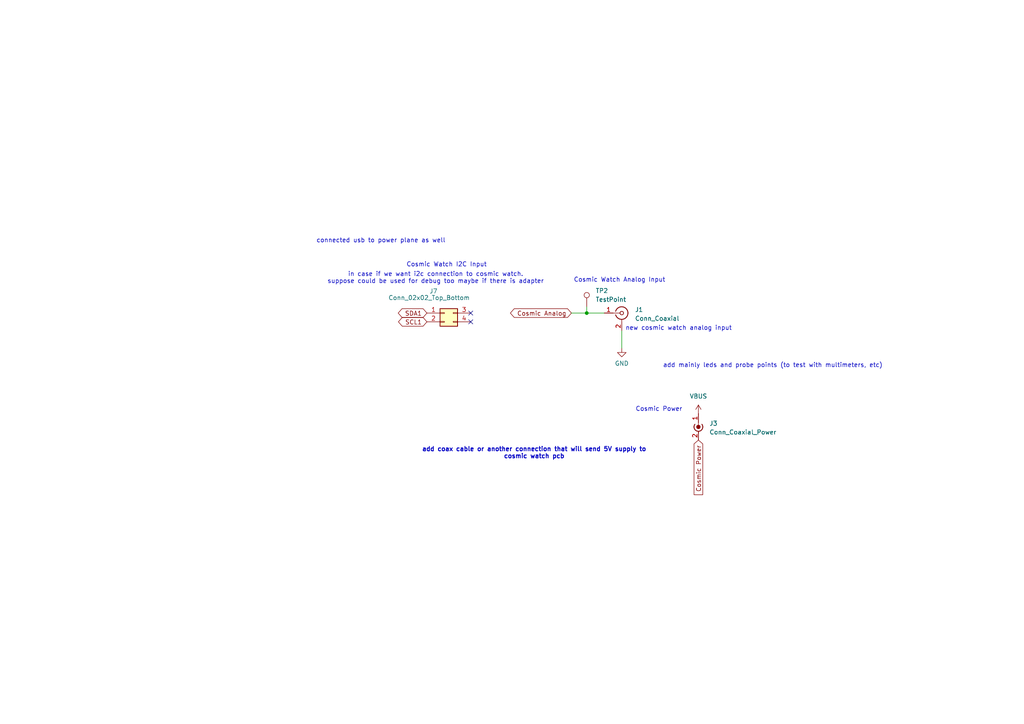
<source format=kicad_sch>
(kicad_sch
	(version 20250114)
	(generator "eeschema")
	(generator_version "9.0")
	(uuid "d17df42b-5a3a-40a9-b857-87d6a8c17cc8")
	(paper "A4")
	(lib_symbols
		(symbol "Connector:Conn_Coaxial"
			(pin_names
				(offset 1.016)
				(hide yes)
			)
			(exclude_from_sim no)
			(in_bom yes)
			(on_board yes)
			(property "Reference" "J"
				(at 0.254 3.048 0)
				(effects
					(font
						(size 1.27 1.27)
					)
				)
			)
			(property "Value" "Conn_Coaxial"
				(at 2.921 0 90)
				(effects
					(font
						(size 1.27 1.27)
					)
				)
			)
			(property "Footprint" ""
				(at 0 0 0)
				(effects
					(font
						(size 1.27 1.27)
					)
					(hide yes)
				)
			)
			(property "Datasheet" "~"
				(at 0 0 0)
				(effects
					(font
						(size 1.27 1.27)
					)
					(hide yes)
				)
			)
			(property "Description" "coaxial connector (BNC, SMA, SMB, SMC, Cinch/RCA, LEMO, ...)"
				(at 0 0 0)
				(effects
					(font
						(size 1.27 1.27)
					)
					(hide yes)
				)
			)
			(property "ki_keywords" "BNC SMA SMB SMC LEMO coaxial connector CINCH RCA MCX MMCX U.FL UMRF"
				(at 0 0 0)
				(effects
					(font
						(size 1.27 1.27)
					)
					(hide yes)
				)
			)
			(property "ki_fp_filters" "*BNC* *SMA* *SMB* *SMC* *Cinch* *LEMO* *UMRF* *MCX* *U.FL*"
				(at 0 0 0)
				(effects
					(font
						(size 1.27 1.27)
					)
					(hide yes)
				)
			)
			(symbol "Conn_Coaxial_0_1"
				(polyline
					(pts
						(xy -2.54 0) (xy -0.508 0)
					)
					(stroke
						(width 0)
						(type default)
					)
					(fill
						(type none)
					)
				)
				(arc
					(start 1.778 0)
					(mid 0.222 -1.8079)
					(end -1.778 -0.508)
					(stroke
						(width 0.254)
						(type default)
					)
					(fill
						(type none)
					)
				)
				(arc
					(start -1.778 0.508)
					(mid 0.2221 1.8084)
					(end 1.778 0)
					(stroke
						(width 0.254)
						(type default)
					)
					(fill
						(type none)
					)
				)
				(circle
					(center 0 0)
					(radius 0.508)
					(stroke
						(width 0.2032)
						(type default)
					)
					(fill
						(type none)
					)
				)
				(polyline
					(pts
						(xy 0 -2.54) (xy 0 -1.778)
					)
					(stroke
						(width 0)
						(type default)
					)
					(fill
						(type none)
					)
				)
			)
			(symbol "Conn_Coaxial_1_1"
				(pin passive line
					(at -5.08 0 0)
					(length 2.54)
					(name "In"
						(effects
							(font
								(size 1.27 1.27)
							)
						)
					)
					(number "1"
						(effects
							(font
								(size 1.27 1.27)
							)
						)
					)
				)
				(pin passive line
					(at 0 -5.08 90)
					(length 2.54)
					(name "Ext"
						(effects
							(font
								(size 1.27 1.27)
							)
						)
					)
					(number "2"
						(effects
							(font
								(size 1.27 1.27)
							)
						)
					)
				)
			)
			(embedded_fonts no)
		)
		(symbol "Connector:Conn_Coaxial_Power"
			(pin_names
				(offset 1.016)
				(hide yes)
			)
			(exclude_from_sim no)
			(in_bom yes)
			(on_board yes)
			(property "Reference" "J"
				(at -5.08 -1.27 90)
				(effects
					(font
						(size 1.27 1.27)
					)
				)
			)
			(property "Value" "Conn_Coaxial_Power"
				(at -3.175 -1.27 90)
				(effects
					(font
						(size 1.27 1.27)
					)
				)
			)
			(property "Footprint" ""
				(at 0 -1.27 0)
				(effects
					(font
						(size 1.27 1.27)
					)
					(hide yes)
				)
			)
			(property "Datasheet" "~"
				(at 0 -1.27 0)
				(effects
					(font
						(size 1.27 1.27)
					)
					(hide yes)
				)
			)
			(property "Description" "coaxial connector (BNC, SMA, SMB, SMC, Cinch/RCA, LEMO, ...)"
				(at 0 0 0)
				(effects
					(font
						(size 1.27 1.27)
					)
					(hide yes)
				)
			)
			(property "ki_keywords" "BNC SMA SMB SMC LEMO coaxial connector CINCH RCA"
				(at 0 0 0)
				(effects
					(font
						(size 1.27 1.27)
					)
					(hide yes)
				)
			)
			(property "ki_fp_filters" "*BNC* *SMA* *SMB* *SMC* *Cinch* *LEMO*"
				(at 0 0 0)
				(effects
					(font
						(size 1.27 1.27)
					)
					(hide yes)
				)
			)
			(symbol "Conn_Coaxial_Power_0_1"
				(arc
					(start 1.016 -0.508)
					(mid 1.2048 -0.8684)
					(end 1.27 -1.27)
					(stroke
						(width 0.254)
						(type default)
					)
					(fill
						(type none)
					)
				)
				(polyline
					(pts
						(xy 0 0) (xy 0 -1.27)
					)
					(stroke
						(width 0)
						(type default)
					)
					(fill
						(type none)
					)
				)
				(arc
					(start 1.27 -1.27)
					(mid 0 -2.5345)
					(end -1.27 -1.27)
					(stroke
						(width 0.254)
						(type default)
					)
					(fill
						(type none)
					)
				)
				(arc
					(start -1.27 -1.27)
					(mid -1.2048 -0.8684)
					(end -1.016 -0.508)
					(stroke
						(width 0.254)
						(type default)
					)
					(fill
						(type none)
					)
				)
				(circle
					(center 0 -1.27)
					(radius 0.508)
					(stroke
						(width 0.2032)
						(type default)
					)
					(fill
						(type outline)
					)
				)
				(polyline
					(pts
						(xy 0 -2.54) (xy 0 -3.048)
					)
					(stroke
						(width 0)
						(type default)
					)
					(fill
						(type none)
					)
				)
			)
			(symbol "Conn_Coaxial_Power_1_1"
				(pin passive line
					(at 0 2.54 270)
					(length 2.54)
					(name "In"
						(effects
							(font
								(size 1.27 1.27)
							)
						)
					)
					(number "1"
						(effects
							(font
								(size 1.27 1.27)
							)
						)
					)
				)
				(pin passive line
					(at 0 -5.08 90)
					(length 2.54)
					(name "Ext"
						(effects
							(font
								(size 1.27 1.27)
							)
						)
					)
					(number "2"
						(effects
							(font
								(size 1.27 1.27)
							)
						)
					)
				)
			)
			(embedded_fonts no)
		)
		(symbol "Connector:TestPoint"
			(pin_numbers
				(hide yes)
			)
			(pin_names
				(offset 0.762)
				(hide yes)
			)
			(exclude_from_sim no)
			(in_bom yes)
			(on_board yes)
			(property "Reference" "TP"
				(at 0 6.858 0)
				(effects
					(font
						(size 1.27 1.27)
					)
				)
			)
			(property "Value" "TestPoint"
				(at 0 5.08 0)
				(effects
					(font
						(size 1.27 1.27)
					)
				)
			)
			(property "Footprint" ""
				(at 5.08 0 0)
				(effects
					(font
						(size 1.27 1.27)
					)
					(hide yes)
				)
			)
			(property "Datasheet" "~"
				(at 5.08 0 0)
				(effects
					(font
						(size 1.27 1.27)
					)
					(hide yes)
				)
			)
			(property "Description" "test point"
				(at 0 0 0)
				(effects
					(font
						(size 1.27 1.27)
					)
					(hide yes)
				)
			)
			(property "ki_keywords" "test point tp"
				(at 0 0 0)
				(effects
					(font
						(size 1.27 1.27)
					)
					(hide yes)
				)
			)
			(property "ki_fp_filters" "Pin* Test*"
				(at 0 0 0)
				(effects
					(font
						(size 1.27 1.27)
					)
					(hide yes)
				)
			)
			(symbol "TestPoint_0_1"
				(circle
					(center 0 3.302)
					(radius 0.762)
					(stroke
						(width 0)
						(type default)
					)
					(fill
						(type none)
					)
				)
			)
			(symbol "TestPoint_1_1"
				(pin passive line
					(at 0 0 90)
					(length 2.54)
					(name "1"
						(effects
							(font
								(size 1.27 1.27)
							)
						)
					)
					(number "1"
						(effects
							(font
								(size 1.27 1.27)
							)
						)
					)
				)
			)
			(embedded_fonts no)
		)
		(symbol "Connector_Generic:Conn_02x02_Top_Bottom"
			(pin_names
				(offset 1.016)
				(hide yes)
			)
			(exclude_from_sim no)
			(in_bom yes)
			(on_board yes)
			(property "Reference" "J"
				(at 1.27 2.54 0)
				(effects
					(font
						(size 1.27 1.27)
					)
				)
			)
			(property "Value" "Conn_02x02_Top_Bottom"
				(at 1.27 -5.08 0)
				(effects
					(font
						(size 1.27 1.27)
					)
				)
			)
			(property "Footprint" ""
				(at 0 0 0)
				(effects
					(font
						(size 1.27 1.27)
					)
					(hide yes)
				)
			)
			(property "Datasheet" "~"
				(at 0 0 0)
				(effects
					(font
						(size 1.27 1.27)
					)
					(hide yes)
				)
			)
			(property "Description" "Generic connector, double row, 02x02, top/bottom pin numbering scheme (row 1: 1...pins_per_row, row2: pins_per_row+1 ... num_pins), script generated (kicad-library-utils/schlib/autogen/connector/)"
				(at 0 0 0)
				(effects
					(font
						(size 1.27 1.27)
					)
					(hide yes)
				)
			)
			(property "ki_keywords" "connector"
				(at 0 0 0)
				(effects
					(font
						(size 1.27 1.27)
					)
					(hide yes)
				)
			)
			(property "ki_fp_filters" "Connector*:*_2x??_*"
				(at 0 0 0)
				(effects
					(font
						(size 1.27 1.27)
					)
					(hide yes)
				)
			)
			(symbol "Conn_02x02_Top_Bottom_1_1"
				(rectangle
					(start -1.27 1.27)
					(end 3.81 -3.81)
					(stroke
						(width 0.254)
						(type default)
					)
					(fill
						(type background)
					)
				)
				(rectangle
					(start -1.27 0.127)
					(end 0 -0.127)
					(stroke
						(width 0.1524)
						(type default)
					)
					(fill
						(type none)
					)
				)
				(rectangle
					(start -1.27 -2.413)
					(end 0 -2.667)
					(stroke
						(width 0.1524)
						(type default)
					)
					(fill
						(type none)
					)
				)
				(rectangle
					(start 3.81 0.127)
					(end 2.54 -0.127)
					(stroke
						(width 0.1524)
						(type default)
					)
					(fill
						(type none)
					)
				)
				(rectangle
					(start 3.81 -2.413)
					(end 2.54 -2.667)
					(stroke
						(width 0.1524)
						(type default)
					)
					(fill
						(type none)
					)
				)
				(pin passive line
					(at -5.08 0 0)
					(length 3.81)
					(name "Pin_1"
						(effects
							(font
								(size 1.27 1.27)
							)
						)
					)
					(number "1"
						(effects
							(font
								(size 1.27 1.27)
							)
						)
					)
				)
				(pin passive line
					(at -5.08 -2.54 0)
					(length 3.81)
					(name "Pin_2"
						(effects
							(font
								(size 1.27 1.27)
							)
						)
					)
					(number "2"
						(effects
							(font
								(size 1.27 1.27)
							)
						)
					)
				)
				(pin passive line
					(at 7.62 0 180)
					(length 3.81)
					(name "Pin_3"
						(effects
							(font
								(size 1.27 1.27)
							)
						)
					)
					(number "3"
						(effects
							(font
								(size 1.27 1.27)
							)
						)
					)
				)
				(pin passive line
					(at 7.62 -2.54 180)
					(length 3.81)
					(name "Pin_4"
						(effects
							(font
								(size 1.27 1.27)
							)
						)
					)
					(number "4"
						(effects
							(font
								(size 1.27 1.27)
							)
						)
					)
				)
			)
			(embedded_fonts no)
		)
		(symbol "power:GND"
			(power)
			(pin_numbers
				(hide yes)
			)
			(pin_names
				(offset 0)
				(hide yes)
			)
			(exclude_from_sim no)
			(in_bom yes)
			(on_board yes)
			(property "Reference" "#PWR"
				(at 0 -6.35 0)
				(effects
					(font
						(size 1.27 1.27)
					)
					(hide yes)
				)
			)
			(property "Value" "GND"
				(at 0 -3.81 0)
				(effects
					(font
						(size 1.27 1.27)
					)
				)
			)
			(property "Footprint" ""
				(at 0 0 0)
				(effects
					(font
						(size 1.27 1.27)
					)
					(hide yes)
				)
			)
			(property "Datasheet" ""
				(at 0 0 0)
				(effects
					(font
						(size 1.27 1.27)
					)
					(hide yes)
				)
			)
			(property "Description" "Power symbol creates a global label with name \"GND\" , ground"
				(at 0 0 0)
				(effects
					(font
						(size 1.27 1.27)
					)
					(hide yes)
				)
			)
			(property "ki_keywords" "global power"
				(at 0 0 0)
				(effects
					(font
						(size 1.27 1.27)
					)
					(hide yes)
				)
			)
			(symbol "GND_0_1"
				(polyline
					(pts
						(xy 0 0) (xy 0 -1.27) (xy 1.27 -1.27) (xy 0 -2.54) (xy -1.27 -1.27) (xy 0 -1.27)
					)
					(stroke
						(width 0)
						(type default)
					)
					(fill
						(type none)
					)
				)
			)
			(symbol "GND_1_1"
				(pin power_in line
					(at 0 0 270)
					(length 0)
					(name "~"
						(effects
							(font
								(size 1.27 1.27)
							)
						)
					)
					(number "1"
						(effects
							(font
								(size 1.27 1.27)
							)
						)
					)
				)
			)
			(embedded_fonts no)
		)
		(symbol "power:VBUS"
			(power)
			(pin_numbers
				(hide yes)
			)
			(pin_names
				(offset 0)
				(hide yes)
			)
			(exclude_from_sim no)
			(in_bom yes)
			(on_board yes)
			(property "Reference" "#PWR"
				(at 0 -3.81 0)
				(effects
					(font
						(size 1.27 1.27)
					)
					(hide yes)
				)
			)
			(property "Value" "VBUS"
				(at 0 3.556 0)
				(effects
					(font
						(size 1.27 1.27)
					)
				)
			)
			(property "Footprint" ""
				(at 0 0 0)
				(effects
					(font
						(size 1.27 1.27)
					)
					(hide yes)
				)
			)
			(property "Datasheet" ""
				(at 0 0 0)
				(effects
					(font
						(size 1.27 1.27)
					)
					(hide yes)
				)
			)
			(property "Description" "Power symbol creates a global label with name \"VBUS\""
				(at 0 0 0)
				(effects
					(font
						(size 1.27 1.27)
					)
					(hide yes)
				)
			)
			(property "ki_keywords" "global power"
				(at 0 0 0)
				(effects
					(font
						(size 1.27 1.27)
					)
					(hide yes)
				)
			)
			(symbol "VBUS_0_1"
				(polyline
					(pts
						(xy -0.762 1.27) (xy 0 2.54)
					)
					(stroke
						(width 0)
						(type default)
					)
					(fill
						(type none)
					)
				)
				(polyline
					(pts
						(xy 0 2.54) (xy 0.762 1.27)
					)
					(stroke
						(width 0)
						(type default)
					)
					(fill
						(type none)
					)
				)
				(polyline
					(pts
						(xy 0 0) (xy 0 2.54)
					)
					(stroke
						(width 0)
						(type default)
					)
					(fill
						(type none)
					)
				)
			)
			(symbol "VBUS_1_1"
				(pin power_in line
					(at 0 0 90)
					(length 0)
					(name "~"
						(effects
							(font
								(size 1.27 1.27)
							)
						)
					)
					(number "1"
						(effects
							(font
								(size 1.27 1.27)
							)
						)
					)
				)
			)
			(embedded_fonts no)
		)
	)
	(text "in case if we want i2c connection to cosmic watch.\nsuppose could be used for debug too maybe if there is adapter"
		(exclude_from_sim no)
		(at 126.365 80.645 0)
		(effects
			(font
				(size 1.27 1.27)
			)
		)
		(uuid "17cd1263-c5f5-4a13-922c-3f35511b2d40")
	)
	(text "add mainly leds and probe points (to test with multimeters, etc)"
		(exclude_from_sim no)
		(at 224.155 106.045 0)
		(effects
			(font
				(size 1.27 1.27)
			)
		)
		(uuid "1af1505f-32d2-4f57-a72d-4c0ca4917547")
	)
	(text "add coax cable or another connection that will send 5V supply to\ncosmic watch pcb"
		(exclude_from_sim no)
		(at 154.94 131.445 0)
		(effects
			(font
				(size 1.27 1.27)
				(thickness 0.254)
				(bold yes)
			)
		)
		(uuid "53d9e76b-f8dd-4fe6-9d15-5c54cf69f34e")
	)
	(text "Cosmic Watch Analog Input"
		(exclude_from_sim no)
		(at 179.705 81.28 0)
		(effects
			(font
				(size 1.27 1.27)
			)
		)
		(uuid "5ef9ca0c-8c77-48f6-bdd2-a3881740dc3d")
	)
	(text "Cosmic Watch I2C Input"
		(exclude_from_sim no)
		(at 129.54 76.835 0)
		(effects
			(font
				(size 1.27 1.27)
			)
		)
		(uuid "9c6e3467-1d4a-447d-a686-b5ff1b8e45b5")
	)
	(text "Cosmic Power"
		(exclude_from_sim no)
		(at 191.135 118.745 0)
		(effects
			(font
				(size 1.27 1.27)
			)
		)
		(uuid "a87c069e-25e3-44fb-aa62-258ca3e24656")
	)
	(text "new cosmic watch analog input"
		(exclude_from_sim no)
		(at 196.85 95.25 0)
		(effects
			(font
				(size 1.27 1.27)
			)
		)
		(uuid "d2bd67d9-ddf7-4631-bf62-c6f7dfff6cc4")
	)
	(text "connected usb to power plane as well\n"
		(exclude_from_sim no)
		(at 110.49 69.85 0)
		(effects
			(font
				(size 1.27 1.27)
			)
		)
		(uuid "d78de469-6153-48e9-8b75-c730754bb303")
	)
	(junction
		(at 170.18 90.805)
		(diameter 0)
		(color 0 0 0 0)
		(uuid "cb8b1c0d-8df0-455c-8c7c-6ee75a676e30")
	)
	(no_connect
		(at 136.525 90.805)
		(uuid "47dcdfd1-2be6-4822-8ce2-836d079a604f")
	)
	(no_connect
		(at 136.525 93.345)
		(uuid "891ce41e-ac08-4459-9c23-78b3742e8da5")
	)
	(wire
		(pts
			(xy 170.18 88.9) (xy 170.18 90.805)
		)
		(stroke
			(width 0)
			(type default)
		)
		(uuid "191d667a-904d-4ca3-be7b-5bc98dff67da")
	)
	(wire
		(pts
			(xy 180.34 95.885) (xy 180.34 100.965)
		)
		(stroke
			(width 0)
			(type default)
		)
		(uuid "2140494c-647f-42ac-be57-9c706366ed5a")
	)
	(wire
		(pts
			(xy 165.735 90.805) (xy 170.18 90.805)
		)
		(stroke
			(width 0)
			(type default)
		)
		(uuid "eba3de42-cc69-40e4-b452-03f67ffddbe8")
	)
	(wire
		(pts
			(xy 170.18 90.805) (xy 175.26 90.805)
		)
		(stroke
			(width 0)
			(type default)
		)
		(uuid "ee32a692-d11b-4647-9d9f-d7d178f5fa74")
	)
	(global_label "SDA1"
		(shape bidirectional)
		(at 123.825 90.805 180)
		(fields_autoplaced yes)
		(effects
			(font
				(size 1.27 1.27)
			)
			(justify right)
		)
		(uuid "4c96a946-c2e8-4275-a8c9-61cf8143c04f")
		(property "Intersheetrefs" "${INTERSHEET_REFS}"
			(at 114.9509 90.805 0)
			(effects
				(font
					(size 1.27 1.27)
				)
				(justify right)
				(hide yes)
			)
		)
	)
	(global_label "Cosmic Analog"
		(shape bidirectional)
		(at 165.735 90.805 180)
		(fields_autoplaced yes)
		(effects
			(font
				(size 1.27 1.27)
			)
			(justify right)
		)
		(uuid "913f207c-b028-4e81-be41-bbfb1ced987d")
		(property "Intersheetrefs" "${INTERSHEET_REFS}"
			(at 147.4873 90.805 0)
			(effects
				(font
					(size 1.27 1.27)
				)
				(justify right)
				(hide yes)
			)
		)
	)
	(global_label "Cosmic Power"
		(shape input)
		(at 202.565 127.635 270)
		(fields_autoplaced yes)
		(effects
			(font
				(size 1.27 1.27)
			)
			(justify right)
		)
		(uuid "9e90d48e-a18b-40d9-9e22-432358dbde0b")
		(property "Intersheetrefs" "${INTERSHEET_REFS}"
			(at 202.565 144.0459 90)
			(effects
				(font
					(size 1.27 1.27)
				)
				(justify right)
				(hide yes)
			)
		)
	)
	(global_label "SCL1"
		(shape bidirectional)
		(at 123.825 93.345 180)
		(fields_autoplaced yes)
		(effects
			(font
				(size 1.27 1.27)
			)
			(justify right)
		)
		(uuid "b05bcbff-0568-4b15-bdd5-cbf0a3bf25b4")
		(property "Intersheetrefs" "${INTERSHEET_REFS}"
			(at 115.0114 93.345 0)
			(effects
				(font
					(size 1.27 1.27)
				)
				(justify right)
				(hide yes)
			)
		)
	)
	(symbol
		(lib_id "power:VBUS")
		(at 202.565 120.015 0)
		(unit 1)
		(exclude_from_sim no)
		(in_bom yes)
		(on_board yes)
		(dnp no)
		(fields_autoplaced yes)
		(uuid "2d05e61f-0dd6-4bae-b7a3-edd05d7b0ee9")
		(property "Reference" "#PWR03"
			(at 202.565 123.825 0)
			(effects
				(font
					(size 1.27 1.27)
				)
				(hide yes)
			)
		)
		(property "Value" "VBUS"
			(at 202.565 114.935 0)
			(effects
				(font
					(size 1.27 1.27)
				)
			)
		)
		(property "Footprint" ""
			(at 202.565 120.015 0)
			(effects
				(font
					(size 1.27 1.27)
				)
				(hide yes)
			)
		)
		(property "Datasheet" ""
			(at 202.565 120.015 0)
			(effects
				(font
					(size 1.27 1.27)
				)
				(hide yes)
			)
		)
		(property "Description" "Power symbol creates a global label with name \"VBUS\""
			(at 202.565 120.015 0)
			(effects
				(font
					(size 1.27 1.27)
				)
				(hide yes)
			)
		)
		(pin "1"
			(uuid "89fa2d86-8e3b-40b8-94b1-8a3ef365f542")
		)
		(instances
			(project ""
				(path "/e4ef350a-b140-44e0-8bc3-973fc24bf90a/f2f75698-7215-4a2b-8285-3e4b3531a3e0"
					(reference "#PWR03")
					(unit 1)
				)
			)
		)
	)
	(symbol
		(lib_id "power:GND")
		(at 180.34 100.965 0)
		(unit 1)
		(exclude_from_sim no)
		(in_bom yes)
		(on_board yes)
		(dnp no)
		(fields_autoplaced yes)
		(uuid "53fff438-5673-4697-a03a-afb51b3ff498")
		(property "Reference" "#PWR018"
			(at 180.34 107.315 0)
			(effects
				(font
					(size 1.27 1.27)
				)
				(hide yes)
			)
		)
		(property "Value" "GND"
			(at 180.34 105.41 0)
			(effects
				(font
					(size 1.27 1.27)
				)
			)
		)
		(property "Footprint" ""
			(at 180.34 100.965 0)
			(effects
				(font
					(size 1.27 1.27)
				)
				(hide yes)
			)
		)
		(property "Datasheet" ""
			(at 180.34 100.965 0)
			(effects
				(font
					(size 1.27 1.27)
				)
				(hide yes)
			)
		)
		(property "Description" "Power symbol creates a global label with name \"GND\" , ground"
			(at 180.34 100.965 0)
			(effects
				(font
					(size 1.27 1.27)
				)
				(hide yes)
			)
		)
		(pin "1"
			(uuid "e9868e00-795e-47a7-b503-dcc668d88c27")
		)
		(instances
			(project "og_pcb"
				(path "/e4ef350a-b140-44e0-8bc3-973fc24bf90a/f2f75698-7215-4a2b-8285-3e4b3531a3e0"
					(reference "#PWR018")
					(unit 1)
				)
			)
		)
	)
	(symbol
		(lib_id "Connector:Conn_Coaxial")
		(at 180.34 90.805 0)
		(unit 1)
		(exclude_from_sim no)
		(in_bom yes)
		(on_board yes)
		(dnp no)
		(fields_autoplaced yes)
		(uuid "a0f0a025-995a-4cdf-807b-314234e4b3ac")
		(property "Reference" "J1"
			(at 184.15 89.8281 0)
			(effects
				(font
					(size 1.27 1.27)
				)
				(justify left)
			)
		)
		(property "Value" "Conn_Coaxial"
			(at 184.15 92.3681 0)
			(effects
				(font
					(size 1.27 1.27)
				)
				(justify left)
			)
		)
		(property "Footprint" "Connector_Coaxial:MMCX_Molex_73415-1471_Vertical"
			(at 180.34 90.805 0)
			(effects
				(font
					(size 1.27 1.27)
				)
				(hide yes)
			)
		)
		(property "Datasheet" "~"
			(at 180.34 90.805 0)
			(effects
				(font
					(size 1.27 1.27)
				)
				(hide yes)
			)
		)
		(property "Description" "coaxial connector (BNC, SMA, SMB, SMC, Cinch/RCA, LEMO, ...)"
			(at 180.34 90.805 0)
			(effects
				(font
					(size 1.27 1.27)
				)
				(hide yes)
			)
		)
		(pin "1"
			(uuid "510b9deb-b59f-470e-a18a-dd2b0135c2ce")
		)
		(pin "2"
			(uuid "3c00c586-6cac-4901-b176-642bbb60e901")
		)
		(instances
			(project ""
				(path "/e4ef350a-b140-44e0-8bc3-973fc24bf90a/f2f75698-7215-4a2b-8285-3e4b3531a3e0"
					(reference "J1")
					(unit 1)
				)
			)
		)
	)
	(symbol
		(lib_id "Connector:TestPoint")
		(at 170.18 88.9 0)
		(unit 1)
		(exclude_from_sim no)
		(in_bom yes)
		(on_board yes)
		(dnp no)
		(fields_autoplaced yes)
		(uuid "bb3dbd4f-7765-4c11-8a29-354c9b8ede98")
		(property "Reference" "TP2"
			(at 172.72 84.3279 0)
			(effects
				(font
					(size 1.27 1.27)
				)
				(justify left)
			)
		)
		(property "Value" "TestPoint"
			(at 172.72 86.8679 0)
			(effects
				(font
					(size 1.27 1.27)
				)
				(justify left)
			)
		)
		(property "Footprint" "1my_footprints:TestPoint_Loop_D1.80mm_Drill1.0mm_Beaded"
			(at 175.26 88.9 0)
			(effects
				(font
					(size 1.27 1.27)
				)
				(hide yes)
			)
		)
		(property "Datasheet" "~"
			(at 175.26 88.9 0)
			(effects
				(font
					(size 1.27 1.27)
				)
				(hide yes)
			)
		)
		(property "Description" "test point"
			(at 170.18 88.9 0)
			(effects
				(font
					(size 1.27 1.27)
				)
				(hide yes)
			)
		)
		(pin "1"
			(uuid "28c49df2-95c5-4b55-a4d4-67a92eb95f98")
		)
		(instances
			(project ""
				(path "/e4ef350a-b140-44e0-8bc3-973fc24bf90a/f2f75698-7215-4a2b-8285-3e4b3531a3e0"
					(reference "TP2")
					(unit 1)
				)
			)
		)
	)
	(symbol
		(lib_id "Connector:Conn_Coaxial_Power")
		(at 202.565 122.555 0)
		(unit 1)
		(exclude_from_sim no)
		(in_bom yes)
		(on_board yes)
		(dnp no)
		(fields_autoplaced yes)
		(uuid "d9b0fcf5-49b5-42e4-972b-4d8eb6a6321f")
		(property "Reference" "J3"
			(at 205.74 122.8089 0)
			(effects
				(font
					(size 1.27 1.27)
				)
				(justify left)
			)
		)
		(property "Value" "Conn_Coaxial_Power"
			(at 205.74 125.3489 0)
			(effects
				(font
					(size 1.27 1.27)
				)
				(justify left)
			)
		)
		(property "Footprint" ""
			(at 202.565 123.825 0)
			(effects
				(font
					(size 1.27 1.27)
				)
				(hide yes)
			)
		)
		(property "Datasheet" "~"
			(at 202.565 123.825 0)
			(effects
				(font
					(size 1.27 1.27)
				)
				(hide yes)
			)
		)
		(property "Description" "coaxial connector (BNC, SMA, SMB, SMC, Cinch/RCA, LEMO, ...)"
			(at 202.565 122.555 0)
			(effects
				(font
					(size 1.27 1.27)
				)
				(hide yes)
			)
		)
		(pin "1"
			(uuid "b10cd4ff-481c-45e5-9117-c248496487cf")
		)
		(pin "2"
			(uuid "65153293-cf53-4341-894a-57d9f9a44de3")
		)
		(instances
			(project ""
				(path "/e4ef350a-b140-44e0-8bc3-973fc24bf90a/f2f75698-7215-4a2b-8285-3e4b3531a3e0"
					(reference "J3")
					(unit 1)
				)
			)
		)
	)
	(symbol
		(lib_id "Connector_Generic:Conn_02x02_Top_Bottom")
		(at 128.905 90.805 0)
		(unit 1)
		(exclude_from_sim no)
		(in_bom yes)
		(on_board yes)
		(dnp no)
		(uuid "dc9f531c-39d3-4c81-b4c3-4e4b081eead7")
		(property "Reference" "J7"
			(at 125.73 84.455 0)
			(effects
				(font
					(size 1.27 1.27)
				)
			)
		)
		(property "Value" "Conn_02x02_Top_Bottom"
			(at 124.46 86.36 0)
			(effects
				(font
					(size 1.27 1.27)
				)
			)
		)
		(property "Footprint" "1my_footprints:CON4_2X2_UF_DF11_HIR"
			(at 128.905 90.805 0)
			(effects
				(font
					(size 1.27 1.27)
				)
				(hide yes)
			)
		)
		(property "Datasheet" "~"
			(at 128.905 90.805 0)
			(effects
				(font
					(size 1.27 1.27)
				)
				(hide yes)
			)
		)
		(property "Description" "Generic connector, double row, 02x02, top/bottom pin numbering scheme (row 1: 1...pins_per_row, row2: pins_per_row+1 ... num_pins), script generated (kicad-library-utils/schlib/autogen/connector/)"
			(at 128.905 90.805 0)
			(effects
				(font
					(size 1.27 1.27)
				)
				(hide yes)
			)
		)
		(pin "4"
			(uuid "0046f60a-ae8d-4cd5-84c4-85d60df80c03")
		)
		(pin "2"
			(uuid "2b4f410c-121f-48ca-b41f-6ae5f848a242")
		)
		(pin "3"
			(uuid "37a82aae-da2d-43bb-9882-9b33fd35eb78")
		)
		(pin "1"
			(uuid "0648f292-0d93-4fdd-8489-ace82e83d899")
		)
		(instances
			(project ""
				(path "/e4ef350a-b140-44e0-8bc3-973fc24bf90a/f2f75698-7215-4a2b-8285-3e4b3531a3e0"
					(reference "J7")
					(unit 1)
				)
			)
		)
	)
)

</source>
